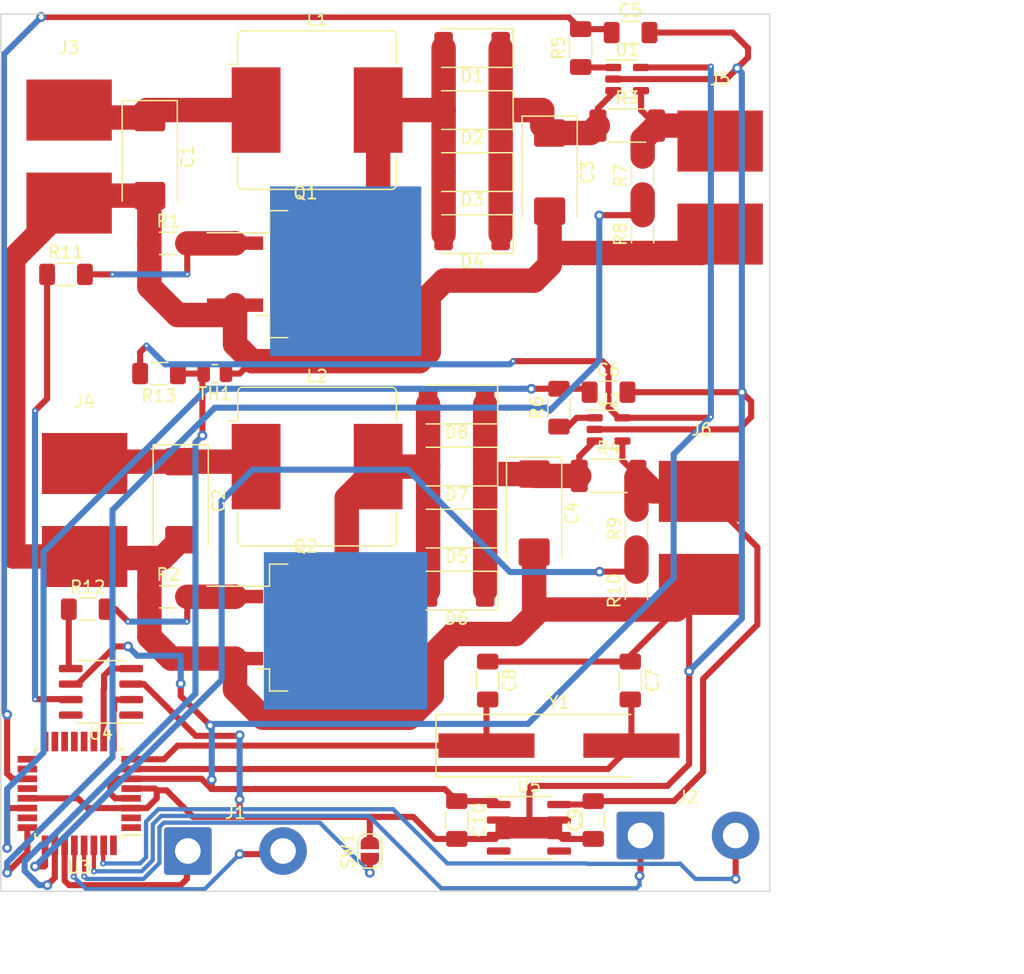
<source format=kicad_pcb>
(kicad_pcb (version 20211014) (generator pcbnew)
  (layers (0 "F.Cu" signal) (31 "B.Cu" signal) (34 "B.Paste" user) (35 "F.Paste" user) (36 "B.SilkS" user "B.Silkscreen") (37 "F.SilkS" user "F.Silkscreen") (38 "B.Mask" user) (39 "F.Mask" user) (44 "Edge.Cuts" user))
  (net 0 "")
  (net 1 "VCC")
  (net 2 "GND")
  (net 3 "Net-(C3-Pad1)")
  (net 4 "Net-(C4-Pad1)")
  (net 5 "I1out")
  (net 6 "I2out")
  (net 7 "Net-(C7-Pad2)")
  (net 8 "Net-(C8-Pad2)")
  (net 9 "+BATT")
  (net 10 "+5V")
  (net 11 "Net-(D1-Pad2)")
  (net 12 "Net-(D5-Pad2)")
  (net 13 "Net-(J2-Pad1)")
  (net 14 "Net-(J2-Pad2)")
  (net 15 "Mosfet1")
  (net 16 "Mosfet2")
  (net 17 "Net-(R5-Pad1)")
  (net 18 "Net-(R6-Pad1)")
  (net 19 "U1out")
  (net 20 "U2out")
  (net 21 "Net-(R11-Pad1)")
  (net 22 "Net-(R12-Pad1)")
  (net 23 "T")
  (net 26 "Pulse1")
  (net 27 "Pulse2")
  (net 39 "Net-(U3-Pad27)")
  (net 40 "Net-(U3-Pad28)")
  (net 45 "Net-(U3-Pad29)")
  (net 46 "VAA")
  (footprint "Package_QFP:TQFP-32_7x7mm_P0.8mm" (layer "F.Cu") (at 96.7905 108.058 180)
    (fp_text reference "U3")
    (fp_text value "ATmega328P-A")
  )
  (footprint "Diode_SMD:D_2010_5025Metric_Pad1.52x2.65mm_HandSolder" (layer "F.Cu") (at 128.9805 62.23 180)
    (fp_text reference "D4")
    (fp_text value "STPS140A")
  )
  (footprint "Resistor_SMD:R_1206_3216Metric_Pad1.30x1.75mm_HandSolder" (layer "F.Cu") (at 104.0885 62.992)
    (fp_text reference "R1")
    (fp_text value "30k")
  )
  (footprint "Resistor_SMD:R_1206_3216Metric_Pad1.30x1.75mm_HandSolder" (layer "F.Cu") (at 140.1565 75.184)
    (fp_text reference "C6")
    (fp_text value "100n")
  )
  (footprint "Connector_Wire:SolderWire-1.5sqmm_1x02_P7.8mm_D1.7mm_OD3.9mm" (layer "F.Cu") (at 105.6865 112.776)
    (fp_text reference "J1")
    (fp_text value "I2C")
  )
  (footprint "moje:PowerPad" (layer "F.Cu") (at 95.9605 52.07 180)
    (fp_text reference "J3")
    (fp_text value "In")
  )
  (footprint "Jumper:SolderJumper-2_P1.3mm_Open_RoundedPad1.0x1.5mm" (layer "F.Cu") (at 120.5985 112.776 90)
    (fp_text reference "SW1")
    (fp_text value "SW_DIP_x01")
  )
  (footprint "Package_TO_SOT_SMD:TO-263-2" (layer "F.Cu") (at 115.3305 94.469)
    (fp_text reference "Q2")
    (fp_text value "IRLR2705TRPBF")
  )
  (footprint "Resistor_SMD:R_1206_3216Metric_Pad1.30x1.75mm_HandSolder" (layer "F.Cu") (at 141.9605 45.72)
    (fp_text reference "C5")
    (fp_text value "100n")
  )
  (footprint "Resistor_SMD:R_1206_3216Metric_Pad1.30x1.75mm_HandSolder" (layer "F.Cu") (at 103.3265 73.66 180)
    (fp_text reference "R13")
    (fp_text value "100k")
  )
  (footprint "Diode_SMD:D_2010_5025Metric_Pad1.52x2.65mm_HandSolder" (layer "F.Cu") (at 128.9805 57.15 180)
    (fp_text reference "D3")
    (fp_text value "STPS140A")
  )
  (footprint "Resistor_SMD:R_1206_3216Metric_Pad1.30x1.75mm_HandSolder" (layer "F.Cu") (at 142.9505 62.23 90)
    (fp_text reference "R8")
    (fp_text value "300k")
  )
  (footprint "Capacitor_Tantalum_SMD:CP_EIA-7343-15_Kemet-W_Pad2.25x2.55mm_HandSolder" (layer "F.Cu") (at 102.5645 55.88 -90)
    (fp_text reference "C1")
    (fp_text value "10u")
  )
  (footprint "Resistor_SMD:R_1206_3216Metric_Pad1.30x1.75mm_HandSolder" (layer "F.Cu") (at 127.7235 110.236 -90)
    (fp_text reference "C10")
    (fp_text value "100n")
  )
  (footprint "Crystal:Crystal_SMD_HC49-SD_HandSoldering" (layer "F.Cu") (at 136.0925 104.14)
    (fp_text reference "Y1")
    (fp_text value "16.00M-SMDHC49S")
  )
  (footprint "Diode_SMD:D_2010_5025Metric_Pad1.52x2.65mm_HandSolder" (layer "F.Cu") (at 127.7105 81.28 180)
    (fp_text reference "D7")
    (fp_text value "STPS140A")
  )
  (footprint "Connector_Wire:SolderWire-1.5sqmm_1x02_P7.8mm_D1.7mm_OD3.9mm" (layer "F.Cu") (at 142.7705 111.506)
    (fp_text reference "J2")
    (fp_text value "UART")
  )
  (footprint "Diode_SMD:D_2010_5025Metric_Pad1.52x2.65mm_HandSolder" (layer "F.Cu") (at 127.7105 86.36 180)
    (fp_text reference "D5")
    (fp_text value "STPS140A")
  )
  (footprint "Capacitor_Tantalum_SMD:CP_EIA-7343-15_Kemet-W_Pad2.25x2.55mm_HandSolder" (layer "F.Cu") (at 135.3305 57.15 -90)
    (fp_text reference "C3")
    (fp_text value "22u")
  )
  (footprint "moje:PowerPad" (layer "F.Cu") (at 149.3005 54.61 180)
    (fp_text reference "J5")
    (fp_text value "Out")
  )
  (footprint "Resistor_SMD:R_1206_3216Metric_Pad1.30x1.75mm_HandSolder" (layer "F.Cu") (at 104.0885 91.948)
    (fp_text reference "R2")
    (fp_text value "30k")
  )
  (footprint "Resistor_SMD:R_0805_2012Metric" (layer "F.Cu") (at 107.8985 73.66 180)
    (fp_text reference "TH1")
    (fp_text value "NCP21WF104J03RA")
  )
  (footprint "Capacitor_Tantalum_SMD:CP_EIA-7343-15_Kemet-W_Pad2.25x2.55mm_HandSolder" (layer "F.Cu") (at 105.1045 84.074 -90)
    (fp_text reference "C2")
    (fp_text value "10u")
  )
  (footprint "Resistor_SMD:R_1206_3216Metric_Pad1.30x1.75mm_HandSolder" (layer "F.Cu") (at 130.2505 98.806 -90)
    (fp_text reference "C8")
    (fp_text value "10p")
  )
  (footprint "Diode_SMD:D_2010_5025Metric_Pad1.52x2.65mm_HandSolder" (layer "F.Cu") (at 128.9805 52.07 180)
    (fp_text reference "D2")
    (fp_text value "STPS140A")
  )
  (footprint "Diode_SMD:D_2010_5025Metric_Pad1.52x2.65mm_HandSolder" (layer "F.Cu") (at 127.7105 91.44 180)
    (fp_text reference "D6")
    (fp_text value "STPS140A")
  )
  (footprint "Package_TO_SOT_SMD:SOT-23-5" (layer "F.Cu") (at 140.1565 78.232)
    (fp_text reference "U2")
    (fp_text value "AD8211")
  )
  (footprint "Diode_SMD:D_2010_5025Metric_Pad1.52x2.65mm_HandSolder" (layer "F.Cu") (at 128.9805 46.99 180)
    (fp_text reference "D1")
    (fp_text value "STPS140A")
  )
  (footprint "Resistor_SMD:R_1206_3216Metric_Pad1.30x1.75mm_HandSolder" (layer "F.Cu") (at 142.4425 91.44 90)
    (fp_text reference "R10")
    (fp_text value "300k")
  )
  (footprint "Resistor_SMD:R_1206_3216Metric_Pad1.30x1.75mm_HandSolder" (layer "F.Cu") (at 142.4425 86.36 90)
    (fp_text reference "R9")
    (fp_text value "715k")
  )
  (footprint "Resistor_SMD:R_1206_3216Metric_Pad1.30x1.75mm_HandSolder" (layer "F.Cu") (at 137.8705 46.99 90)
    (fp_text reference "R5")
    (fp_text value "10k")
  )
  (footprint "Resistor_SMD:R_2010_5025Metric_Pad1.40x2.65mm_HandSolder" (layer "F.Cu") (at 140.1565 82.042)
    (fp_text reference "R4")
    (fp_text value "10m")
  )
  (footprint "Package_TO_SOT_SMD:TO-263-2" (layer "F.Cu") (at 115.3305 65.513)
    (fp_text reference "Q1")
    (fp_text value "IRLR2705TRPBF")
  )
  (footprint "moje:PowerPad" (layer "F.Cu") (at 147.7765 83.312 180)
    (fp_text reference "J6")
    (fp_text value "Out")
  )
  (footprint "moje:PowerPad" (layer "F.Cu") (at 97.2305 81.026 180)
    (fp_text reference "J4")
    (fp_text value "In")
  )
  (footprint "Resistor_SMD:R_1206_3216Metric_Pad1.30x1.75mm_HandSolder" (layer "F.Cu") (at 142.9505 57.43 90)
    (fp_text reference "R7")
    (fp_text value "715k")
  )
  (footprint "Diode_SMD:D_2010_5025Metric_Pad1.52x2.65mm_HandSolder" (layer "F.Cu") (at 127.7105 76.2 180)
    (fp_text reference "D8")
    (fp_text value "STPS140A")
  )
  (footprint "Package_SO:SOIC-8_3.9x4.9mm_P1.27mm" (layer "F.Cu") (at 133.6305 110.871)
    (fp_text reference "U5")
    (fp_text value "L78L15_SO8")
  )
  (footprint "Resistor_SMD:R_1206_3216Metric_Pad1.30x1.75mm_HandSolder" (layer "F.Cu") (at 95.7065 65.532)
    (fp_text reference "R11")
    (fp_text value "300")
  )
  (footprint "Resistor_SMD:R_1206_3216Metric_Pad1.30x1.75mm_HandSolder" (layer "F.Cu") (at 138.8995 110.236 -90)
    (fp_text reference "C9")
    (fp_text value "330n")
  )
  (footprint "Package_TO_SOT_SMD:SOT-23-5" (layer "F.Cu") (at 141.6805 49.53)
    (fp_text reference "U1")
    (fp_text value "AD8211")
  )
  (footprint "Resistor_SMD:R_1206_3216Metric_Pad1.30x1.75mm_HandSolder" (layer "F.Cu") (at 141.9345 98.806 -90)
    (fp_text reference "C7")
    (fp_text value "10p")
  )
  (footprint "Inductor_SMD:L_Bourns_SRR1208_12.7x12.7mm" (layer "F.Cu") (at 116.2805 81.28)
    (fp_text reference "L2")
    (fp_text value "100u")
  )
  (footprint "Resistor_SMD:R_2010_5025Metric_Pad1.40x2.65mm_HandSolder" (layer "F.Cu") (at 141.6805 53.34)
    (fp_text reference "R3")
    (fp_text value "10m")
  )
  (footprint "Resistor_SMD:R_1206_3216Metric_Pad1.30x1.75mm_HandSolder" (layer "F.Cu") (at 97.4845 92.964)
    (fp_text reference "R12")
    (fp_text value "300")
  )
  (footprint "Inductor_SMD:L_Bourns_SRR1208_12.7x12.7mm" (layer "F.Cu") (at 116.2805 52.07)
    (fp_text reference "L1")
    (fp_text value "100u")
  )
  (footprint "Package_SO:SOIC-8_3.9x4.9mm_P1.27mm" (layer "F.Cu") (at 98.5685 99.735 180)
    (fp_text reference "U4")
    (fp_text value "2EDN852x")
  )
  (footprint "Capacitor_Tantalum_SMD:CP_EIA-7343-15_Kemet-W_Pad2.25x2.55mm_HandSolder" (layer "F.Cu") (at 134.0605 85.09 -90)
    (fp_text reference "C4")
    (fp_text value "22u")
  )
  (footprint "Resistor_SMD:R_1206_3216Metric_Pad1.30x1.75mm_HandSolder" (layer "F.Cu") (at 136.0925 76.454 90)
    (fp_text reference "R6")
    (fp_text value "10k")
  )
  (gr_rect (start 112.522 58.42) (end 124.714 72.136) (layer "B.Cu") (width 0.2) (fill solid))
  (gr_rect (start 112.014 88.392) (end 125.222 101.092) (layer "B.Cu") (width 0.2) (fill solid))
  (gr_rect (start 90.3725 116.078) (end 153.3645 44.196) (layer "Edge.Cuts") (width 0.1) (fill none))
  (segment (start 105.1045 80.874) (end 97.3825 80.874) (width 2) (layer "F.Cu") (net 1))
  (segment (start 97.3825 80.874) (end 97.2305 81.026) (width 2) (layer "F.Cu") (net 1))
  (segment (start 110.8745 80.874) (end 111.2805 81.28) (width 2) (layer "F.Cu") (net 1))
  (segment (start 105.1045 80.874) (end 110.8745 80.874) (width 2) (layer "F.Cu") (net 1))
  (segment (start 133.8065 107.442) (end 144.9825 107.442) (width 0.5) (layer "F.Cu") (net 2))
  (segment (start 102.5385 88.772) (end 103.6065 88.772) (width 2) (layer "F.Cu") (net 2))
  (segment (start 150.8245 78.232) (end 151.8405 77.216) (width 0.5) (layer "F.Cu") (net 2))
  (segment (start 103.1405 108.458) (end 103.1405 107.804) (width 0.5) (layer "F.Cu") (net 2))
  (segment (start 127.7235 111.786) (end 125.9585 111.786) (width 0.5) (layer "F.Cu") (net 2))
  (segment (start 145.7185 92.99) (end 142.4425 92.99) (width 2) (layer "F.Cu") (net 2))
  (segment (start 125.4245 67.31) (end 126.6945 66.04) (width 2) (layer "F.Cu") (net 2))
  (segment (start 135.9755 110.868) (end 136.1055 110.998) (width 0.5) (layer "F.Cu") (net 2))
  (segment (start 147.7765 91.414) (end 147.7765 90.932) (width 0.5) (layer "F.Cu") (net 2))
  (segment (start 149.8085 49.53) (end 150.6975 48.641) (width 0.5) (layer "F.Cu") (net 2))
  (segment (start 92.5405 108.458) (end 96.6825 108.458) (width 0.5) (layer "F.Cu") (net 2))
  (segment (start 131.1555 110.868) (end 135.9755 110.868) (width 0.5) (layer "F.Cu") (net 2))
  (segment (start 103.1405 107.804) (end 102.9945 107.658) (width 0.5) (layer "F.Cu") (net 2))
  (segment (start 111.8505 101.854) (end 123.8205 101.854) (width 2) (layer "F.Cu") (net 2))
  (segment (start 136.1055 110.49) (end 136.1055 110.236) (width 0.5) (layer "F.Cu") (net 2))
  (segment (start 135.3305 60.35) (end 135.3305 63.5) (width 2) (layer "F.Cu") (net 2))
  (segment (start 150.6975 48.641) (end 151.5865 47.752) (width 0.5) (layer "F.Cu") (net 2))
  (segment (start 102.5385 66.548) (end 104.8505 68.86) (width 2) (layer "F.Cu") (net 2))
  (segment (start 146.7605 105.664) (end 146.7605 98.044) (width 0.5) (layer "F.Cu") (net 2))
  (segment (start 133.6765 107.572) (end 133.8065 107.442) (width 0.5) (layer "F.Cu") (net 2))
  (segment (start 125.6785 99.996) (end 125.6785 96.774) (width 2) (layer "F.Cu") (net 2))
  (segment (start 109.9305 73.66) (end 110.9465 72.644) (width 0.5) (layer "F.Cu") (net 2))
  (segment (start 141.9345 96.774) (end 147.7765 90.932) (width 0.5) (layer "F.Cu") (net 2))
  (segment (start 131.1555 110.868) (end 131.1555 111.128) (width 0.5) (layer "F.Cu") (net 2))
  (segment (start 102.3405 109.258) (end 103.1405 108.458) (width 0.5) (layer "F.Cu") (net 2))
  (segment (start 102.9945 107.658) (end 101.0405 107.658) (width 0.5) (layer "F.Cu") (net 2))
  (segment (start 106.1205 109.982) (end 103.9425 107.804) (width 0.5) (layer "F.Cu") (net 2))
  (segment (start 126.6945 66.04) (end 134.0605 66.04) (width 2) (layer "F.Cu") (net 2))
  (segment (start 124.6625 72.644) (end 125.4245 71.882) (width 2) (layer "F.Cu") (net 2))
  (segment (start 102.3105 59.08) (end 96.5705 59.08) (width 2) (layer "F.Cu") (net 2))
  (segment (start 109.5555 71.253) (end 110.9465 72.644) (width 2) (layer "F.Cu") (net 2))
  (segment (start 102.5385 91.948) (end 102.5385 88.772) (width 2) (layer "F.Cu") (net 2))
  (segment (start 103.6065 88.772) (end 105.1045 87.274) (width 2) (layer "F.Cu") (net 2))
  (segment (start 97.6225 109.258) (end 101.0405 109.258) (width 0.5) (layer "F.Cu") (net 2))
  (segment (start 102.5385 91.948) (end 102.5385 95.224) (width 2) (layer "F.Cu") (net 2))
  (segment (start 104.3235 97.009) (end 109.5555 97.009) (width 2) (layer "F.Cu") (net 2))
  (segment (start 151.8405 75.946) (end 151.0785 75.184) (width 0.5) (layer "F.Cu") (net 2))
  (segment (start 136.1055 111.506) (end 136.1055 110.998) (width 0.5) (layer "F.Cu") (net 2))
  (segment (start 132.5365 94.996) (end 134.0605 93.472) (width 2) (layer "F.Cu") (net 2))
  (segment (start 97.2305 88.646) (end 91.3885 88.646) (width 2) (layer "F.Cu") (net 2))
  (segment (start 151.8405 77.216) (end 151.8405 75.946) (width 0.5) (layer "F.Cu") (net 2))
  (segment (start 109.9305 109.728) (end 110.1845 109.982) (width 0.5) (layer "F.Cu") (net 2))
  (segment (start 142.9505 63.78) (end 135.6105 63.78) (width 2) (layer "F.Cu") (net 2))
  (segment (start 91.3885 88.646) (end 91.3885 64.262) (width 2) (layer "F.Cu") (net 2))
  (segment (start 104.8505 68.86) (end 108.7485 68.86) (width 2) (layer "F.Cu") (net 2))
  (segment (start 120.5985 112.126) (end 120.5985 110.236) (width 0.5) (layer "F.Cu") (net 2))
  (segment (start 108.811 73.66) (end 109.9305 73.66) (width 0.5) (layer "F.Cu") (net 2))
  (segment (start 120.8525 109.982) (end 110.1845 109.982) (width 0.5) (layer "F.Cu") (net 2))
  (segment (start 103.9425 107.804) (end 103.1405 107.804) (width 0.5) (layer "F.Cu") (net 2))
  (segment (start 134.0605 66.04) (end 135.3305 64.77) (width 2) (layer "F.Cu") (net 2))
  (segment (start 131.1555 110.236) (end 131.1555 110.614) (width 0.5) (layer "F.Cu") (net 2))
  (segment (start 109.882 103.339) (end 106.3355 103.339) (width 0.5) (layer "F.Cu") (net 2))
  (segment (start 146.7605 91.948) (end 147.7765 90.932) (width 0.5) (layer "F.Cu") (net 2))
  (segment (start 123.8205 101.854) (end 125.6785 99.996) (width 2) (layer "F.Cu") (net 2))
  (segment (start 135.6105 63.78) (end 135.3305 63.5) (width 2) (layer "F.Cu") (net 2))
  (segment (start 139.019 78.232) (end 150.8245 78.232) (width 0.5) (layer "F.Cu") (net 2))
  (segment (start 150.3165 45.72) (end 143.5105 45.72) (width 0.5) (layer "F.Cu") (net 2))
  (segment (start 130.2505 97.256) (end 141.9345 97.256) (width 0.5) (layer "F.Cu") (net 2))
  (segment (start 138.8995 111.786) (end 136.3855 111.786) (width 0.5) (layer "F.Cu") (net 2))
  (segment (start 136.1055 110.236) (end 131.1555 110.236) (width 0.5) (layer "F.Cu") (net 2))
  (segment (start 106.3355 103.339) (end 102.0965 99.1) (width 0.5) (layer "F.Cu") (net 2))
  (segment (start 147.7505 63.78) (end 142.9505 63.78) (width 2) (layer "F.Cu") (net 2))
  (segment (start 151.5865 46.99) (end 150.3165 45.72) (width 0.5) (layer "F.Cu") (net 2))
  (segment (start 127.4565 94.996) (end 132.5365 94.996) (width 2) (layer "F.Cu") (net 2))
  (segment (start 102.5385 88.772) (end 97.3565 88.772) (width 2) (layer "F.Cu") (net 2))
  (segment (start 125.6785 96.774) (end 127.4565 94.996) (width 2) (layer "F.Cu") (net 2))
  (segment (start 102.5385 95.224) (end 104.3235 97.009) (width 2) (layer "F.Cu") (net 2))
  (segment (start 109.5555 97.009) (end 109.5555 99.559) (width 2) (layer "F.Cu") (net 2))
  (segment (start 109.9305 108.5455) (end 109.9305 109.728) (width 0.5) (layer "F.Cu") (net 2))
  (segment (start 102.5385 62.992) (end 102.5385 66.548) (width 2) (layer "F.Cu") (net 2))
  (segment (start 97.3565 88.772) (end 97.2305 88.646) (width 2) (layer "F.Cu") (net 2))
  (segment (start 109.5555 68.053) (end 109.5555 71.253) (width 2) (layer "F.Cu") (net 2))
  (segment (start 135.3305 64.77) (end 135.3305 63.5) (width 2) (layer "F.Cu") (net 2))
  (segment (start 102.5385 62.992) (end 102.5385 59.308) (width 2) (layer "F.Cu") (net 2))
  (segment (start 97.5525 109.328) (end 97.6225 109.258) (width 0.5) (layer "F.Cu") (net 2))
  (segment (start 146.7605 98.044) (end 146.7605 91.948) (width 0.5) (layer "F.Cu") (net 2))
  (segment (start 108.7485 68.86) (end 109.5555 68.053) (width 2) (layer "F.Cu") (net 2))
  (segment (start 147.7765 90.932) (end 145.7185 92.99) (width 2) (layer "F.Cu") (net 2))
  (segment (start 102.5385 59.308) (end 102.3105 59.08) (width 2) (layer "F.Cu") (net 2))
  (segment (start 101.0405 109.258) (end 102.3405 109.258) (width 0.5) (layer "F.Cu") (net 2))
  (segment (start 133.6765 110.614) (end 135.9815 110.614) (width 0.5) (layer "F.Cu") (net 2))
  (segment (start 130.8755 111.786) (end 131.1555 111.506) (width 0.5) (layer "F.Cu") (net 2))
  (segment (start 131.1555 110.614) (end 131.1555 110.868) (width 0.5) (layer "F.Cu") (net 2))
  (segment (start 131.1555 111.506) (end 136.1055 111.506) (width 0.5) (layer "F.Cu") (net 2))
  (segment (start 149.3005 62.23) (end 147.7505 63.78) (width 2) (layer "F.Cu") (net 2))
  (segment (start 135.9815 110.614) (end 136.1055 110.49) (width 0.5) (layer "F.Cu") (net 2))
  (segment (start 141.9345 97.256) (end 141.9345 96.774) (width 0.5) (layer "F.Cu") (net 2))
  (segment (start 140.543 49.53) (end 149.8085 49.53) (width 0.5) (layer "F.Cu") (net 2))
  (segment (start 109.9305 103.2905) (end 109.882 103.339) (width 0.5) (layer "F.Cu") (net 2))
  (segment (start 134.0605 93.472) (end 134.0605 88.29) (width 2) (layer "F.Cu") (net 2))
  (segment (start 91.3885 64.262) (end 95.9605 59.69) (width 2) (layer "F.Cu") (net 2))
  (segment (start 127.7235 111.786) (end 130.8755 111.786) (width 0.5) (layer "F.Cu") (net 2))
  (segment (start 131.1555 111.128) (end 135.9755 111.128) (width 0.5) (layer "F.Cu") (net 2))
  (segment (start 110.1845 109.982) (end 106.1205 109.982) (width 0.5) (layer "F.Cu") (net 2))
  (segment (start 135.9755 111.128) (end 136.1055 110.998) (width 0.5) (layer "F.Cu") (net 2))
  (segment (start 136.1055 110.998) (end 136.1055 110.49) (width 0.5) (layer "F.Cu") (net 2))
  (segment (start 109.5555 99.559) (end 111.8505 101.854) (width 2) (layer "F.Cu") (net 2))
  (segment (start 125.4245 71.882) (end 125.4245 67.31) (width 2) (layer "F.Cu") (net 2))
  (segment (start 136.3855 111.786) (end 136.1055 111.506) (width 0.5) (layer "F.Cu") (net 2))
  (segment (start 96.5705 59.08) (end 95.9605 59.69) (width 2) (layer "F.Cu") (net 2))
  (segment (start 110.9465 72.644) (end 124.6625 72.644) (width 2) (layer "F.Cu") (net 2))
  (segment (start 125.9585 111.786) (end 124.1545 109.982) (width 0.5) (layer "F.Cu") (net 2))
  (segment (start 133.6765 110.614) (end 133.6765 107.572) (width 0.5) (layer "F.Cu") (net 2))
  (segment (start 120.5985 110.236) (end 120.8525 109.982) (width 0.5) (layer "F.Cu") (net 2))
  (segment (start 142.4425 92.99) (end 134.5425 92.99) (width 2) (layer "F.Cu") (net 2))
  (segment (start 124.1545 109.982) (end 120.8525 109.982) (width 0.5) (layer "F.Cu") (net 2))
  (segment (start 151.0785 75.184) (end 141.7065 75.184) (width 0.5) (layer "F.Cu") (net 2))
  (segment (start 131.1555 110.614) (end 133.6765 110.614) (width 0.5) (layer "F.Cu") (net 2))
  (segment (start 144.9825 107.442) (end 146.7605 105.664) (width 0.5) (layer "F.Cu") (net 2))
  (segment (start 134.5425 92.99) (end 134.0605 93.472) (width 2) (layer "F.Cu") (net 2))
  (segment (start 131.1555 111.128) (end 131.1555 111.506) (width 0.5) (layer "F.Cu") (net 2))
  (segment (start 102.0965 99.1) (end 101.0435 99.1) (width 0.5) (layer "F.Cu") (net 2))
  (segment (start 96.6825 108.458) (end 97.5525 109.328) (width 0.5) (layer "F.Cu") (net 2))
  (segment (start 151.5865 47.752) (end 151.5865 46.99) (width 0.5) (layer "F.Cu") (net 2))
  (via (at 109.9305 103.2905) (size 0.8) (drill 0.4) (layers "F.Cu" "B.Cu") (net 2))
  (via (at 151.0785 75.184) (size 0.8) (drill 0.4) (layers "F.Cu" "B.Cu") (net 2))
  (via (at 109.9305 108.5455) (size 0.8) (drill 0.4) (layers "F.Cu" "B.Cu") (net 2))
  (via (at 146.7605 98.044) (size 0.8) (drill 0.4) (layers "F.Cu" "B.Cu") (net 2))
  (via (at 150.6975 48.641) (size 0.8) (drill 0.4) (layers "F.Cu" "B.Cu") (net 2))
  (segment (start 151.0785 75.184) (end 151.0785 49.022) (width 0.5) (layer "B.Cu") (net 2))
  (segment (start 151.0785 93.726) (end 146.7605 98.044) (width 0.5) (layer "B.Cu") (net 2))
  (segment (start 151.0785 75.184) (end 151.0785 93.726) (width 0.5) (layer "B.Cu") (net 2))
  (segment (start 109.9305 108.5455) (end 109.9305 103.2905) (width 0.5) (layer "B.Cu") (net 2))
  (segment (start 151.0785 49.022) (end 150.6975 48.641) (width 0.5) (layer "B.Cu") (net 2))
  (segment (start 131.318 52.07) (end 134.7205 52.07) (width 2) (layer "F.Cu") (net 3))
  (segment (start 131.318 57.15) (end 131.318 52.07) (width 2) (layer "F.Cu") (net 3))
  (segment (start 134.7205 52.07) (end 134.7205 53.34) (width 2) (layer "F.Cu") (net 3))
  (segment (start 135.3305 53.95) (end 138.6705 53.95) (width 2) (layer "F.Cu") (net 3))
  (segment (start 138.6705 53.95) (end 139.2805 53.34) (width 2) (layer "F.Cu") (net 3))
  (segment (start 139.2805 53.34) (end 139.2805 51.93) (width 0.5) (layer "F.Cu") (net 3))
  (segment (start 135.3305 53.95) (end 134.7205 53.34) (width 2) (layer "F.Cu") (net 3))
  (segment (start 139.2805 51.93) (end 140.543 50.6675) (width 0.5) (layer "F.Cu") (net 3))
  (segment (start 140.543 50.6675) (end 140.543 50.48) (width 0.5) (layer "F.Cu") (net 3))
  (segment (start 131.318 62.23) (end 131.318 57.15) (width 2) (layer "F.Cu") (net 3))
  (segment (start 131.318 52.07) (end 131.318 46.99) (width 2) (layer "F.Cu") (net 3))
  (segment (start 137.7565 82.042) (end 134.2125 82.042) (width 2) (layer "F.Cu") (net 4))
  (segment (start 137.7565 82.042) (end 137.7565 80.4445) (width 0.5) (layer "F.Cu") (net 4))
  (segment (start 134.2125 82.042) (end 134.0605 81.89) (width 2) (layer "F.Cu") (net 4))
  (segment (start 130.048 81.28) (end 130.048 86.36) (width 2) (layer "F.Cu") (net 4))
  (segment (start 137.7565 80.4445) (end 139.019 79.182) (width 0.5) (layer "F.Cu") (net 4))
  (segment (start 130.658 81.89) (end 130.048 81.28) (width 2) (layer "F.Cu") (net 4))
  (segment (start 130.048 76.2) (end 130.048 81.28) (width 2) (layer "F.Cu") (net 4))
  (segment (start 134.0605 81.89) (end 130.658 81.89) (width 2) (layer "F.Cu") (net 4))
  (segment (start 130.048 86.36) (end 130.048 91.44) (width 2) (layer "F.Cu") (net 4))
  (segment (start 136.8765 44.446) (end 94.1825 44.446) (width 0.5) (layer "F.Cu") (net 5))
  (segment (start 94.1825 44.446) (end 93.6785 44.446) (width 0.5) (layer "F.Cu") (net 5))
  (segment (start 140.1305 45.44) (end 140.4105 45.72) (width 0.5) (layer "F.Cu") (net 5))
  (segment (start 137.8705 45.44) (end 136.8765 44.446) (width 0.5) (layer "F.Cu") (net 5))
  (segment (start 91.3125 106.858) (end 90.8805 106.426) (width 0.5) (layer "F.Cu") (net 5))
  (segment (start 92.5405 106.858) (end 91.3125 106.858) (width 0.5) (layer "F.Cu") (net 5))
  (segment (start 137.8705 45.44) (end 140.1305 45.44) (width 0.5) (layer "F.Cu") (net 5))
  (segment (start 90.8805 106.426) (end 90.8805 101.6) (width 0.5) (layer "F.Cu") (net 5))
  (via (at 93.6785 44.446) (size 0.8) (drill 0.4) (layers "F.Cu" "B.Cu") (net 5))
  (via (at 90.8805 101.6) (size 0.8) (drill 0.4) (layers "F.Cu" "B.Cu") (net 5))
  (segment (start 90.6225 47.502) (end 90.6225 101.342) (width 0.5) (layer "B.Cu") (net 5))
  (segment (start 93.6785 44.446) (end 90.6225 47.502) (width 0.5) (layer "B.Cu") (net 5))
  (segment (start 90.6225 101.342) (end 90.8805 101.6) (width 0.5) (layer "B.Cu") (net 5))
  (segment (start 90.8805 109.474) (end 90.8805 112.522) (width 0.5) (layer "F.Cu") (net 6))
  (segment (start 92.5405 109.258) (end 91.0965 109.258) (width 0.5) (layer "F.Cu") (net 6))
  (segment (start 136.0925 74.904) (end 133.8325 74.904) (width 0.5) (layer "F.Cu") (net 6))
  (segment (start 91.0965 109.258) (end 90.8805 109.474) (width 0.5) (layer "F.Cu") (net 6))
  (segment (start 138.3265 74.904) (end 138.6065 75.184) (width 0.5) (layer "F.Cu") (net 6))
  (segment (start 136.0925 74.904) (end 138.3265 74.904) (width 0.5) (layer "F.Cu") (net 6))
  (via (at 133.8325 74.904) (size 0.8) (drill 0.4) (layers "F.Cu" "B.Cu") (net 6))
  (via (at 90.8805 112.522) (size 0.8) (drill 0.4) (layers "F.Cu" "B.Cu") (net 6))
  (segment (start 90.8805 107.696) (end 90.8805 112.522) (width 0.5) (layer "B.Cu") (net 6))
  (segment (start 93.8665 88.267918) (end 93.8665 104.71) (width 0.5) (layer "B.Cu") (net 6))
  (segment (start 107.230418 74.904) (end 93.8665 88.267918) (width 0.5) (layer "B.Cu") (net 6))
  (segment (start 93.8665 104.71) (end 90.8805 107.696) (width 0.5) (layer "B.Cu") (net 6))
  (segment (start 133.8325 74.904) (end 107.230418 74.904) (width 0.5) (layer "B.Cu") (net 6))
  (segment (start 142.03 104.14) (end 142.03 100.4515) (width 0.5) (layer "F.Cu") (net 7))
  (segment (start 140.112 106.058) (end 142.03 104.14) (width 0.5) (layer "F.Cu") (net 7))
  (segment (start 101.0405 106.058) (end 140.112 106.058) (width 0.5) (layer "F.Cu") (net 7))
  (segment (start 142.03 100.4515) (end 141.9345 100.356) (width 0.5) (layer "F.Cu") (net 7))
  (segment (start 130.155 104.14) (end 104.8505 104.14) (width 0.5) (layer "F.Cu") (net 8))
  (segment (start 130.155 104.14) (end 130.155 100.4515) (width 0.5) (layer "F.Cu") (net 8))
  (segment (start 104.8505 104.14) (end 103.7325 105.258) (width 0.5) (layer "F.Cu") (net 8))
  (segment (start 130.155 100.4515) (end 130.2505 100.356) (width 0.5) (layer "F.Cu") (net 8))
  (segment (start 103.7325 105.258) (end 101.0405 105.258) (width 0.5) (layer "F.Cu") (net 8))
  (segment (start 142.4425 82.156) (end 142.5565 82.042) (width 2) (layer "F.Cu") (net 9))
  (segment (start 144.0805 53.34) (end 148.0305 53.34) (width 2) (layer "F.Cu") (net 9))
  (segment (start 152.3485 94.234) (end 152.3485 87.884) (width 0.5) (layer "F.Cu") (net 9))
  (segment (start 142.9505 54.47) (end 144.0805 53.34) (width 2) (layer "F.Cu") (net 9))
  (segment (start 142.818 50.48) (end 142.818 52.0775) (width 0.5) (layer "F.Cu") (net 9))
  (segment (start 143.8265 83.312) (end 142.5565 82.042) (width 2) (layer "F.Cu") (net 9))
  (segment (start 145.5165 108.686) (end 147.9035 106.299) (width 0.5) (layer "F.Cu") (net 9))
  (segment (start 138.8995 108.686) (end 145.5165 108.686) (width 0.5) (layer "F.Cu") (net 9))
  (segment (start 142.818 52.0775) (end 144.0805 53.34) (width 0.5) (layer "F.Cu") (net 9))
  (segment (start 152.3485 87.884) (end 147.7765 83.312) (width 0.5) (layer "F.Cu") (net 9))
  (segment (start 136.1055 108.966) (end 138.6195 108.966) (width 0.5) (layer "F.Cu") (net 9))
  (segment (start 142.4425 84.81) (end 142.4425 82.156) (width 2) (layer "F.Cu") (net 9))
  (segment (start 148.0305 53.34) (end 149.3005 54.61) (width 2) (layer "F.Cu") (net 9))
  (segment (start 147.7765 83.312) (end 143.8265 83.312) (width 2) (layer "F.Cu") (net 9))
  (segment (start 142.9505 55.88) (end 142.9505 54.47) (width 2) (layer "F.Cu") (net 9))
  (segment (start 141.294 79.182) (end 141.294 80.7795) (width 0.5) (layer "F.Cu") (net 9))
  (segment (start 147.9035 106.299) (end 147.9035 98.679) (width 0.5) (layer "F.Cu") (net 9))
  (segment (start 138.6195 108.966) (end 138.8995 108.686) (width 0.5) (layer "F.Cu") (net 9))
  (segment (start 141.294 80.7795) (end 142.5565 82.042) (width 0.5) (layer "F.Cu") (net 9))
  (segment (start 147.9035 98.679) (end 152.3485 94.234) (width 0.5) (layer "F.Cu") (net 9))
  (segment (start 99.7685 106.858) (end 99.3305 107.296) (width 0.5) (layer "F.Cu") (net 10))
  (segment (start 101.7765 71.908) (end 102.3105 71.374) (width 0.5) (layer "F.Cu") (net 10))
  (segment (start 107.6445 106.934) (end 107.6445 107.644) (width 0.5) (layer "F.Cu") (net 10))
  (segment (start 141.294 77.282) (end 148.4725 77.282) (width 0.5) (layer "F.Cu") (net 10))
  (segment (start 140.1565 76.454) (end 140.9845 77.282) (width 0.5) (layer "F.Cu") (net 10))
  (segment (start 106.8065 106.858) (end 101.0405 106.858) (width 0.5) (layer "F.Cu") (net 10))
  (segment (start 140.1565 73.152) (end 140.1565 76.454) (width 0.5) (layer "F.Cu") (net 10))
  (segment (start 107.6445 107.696) (end 106.8065 106.858) (width 0.5) (layer "F.Cu") (net 10))
  (segment (start 101.0405 106.858) (end 99.7685 106.858) (width 0.5) (layer "F.Cu") (net 10))
  (segment (start 99.3305 108.058) (end 99.7305 108.458) (width 0.5) (layer "F.Cu") (net 10))
  (segment (start 142.818 48.58) (end 148.4725 48.58) (width 0.5) (layer "F.Cu") (net 10))
  (segment (start 140.9845 77.282) (end 141.294 77.282) (width 0.5) (layer "F.Cu") (net 10))
  (segment (start 105.1045 99.06) (end 105.1045 100.076) (width 0.5) (layer "F.Cu") (net 10))
  (segment (start 96.647028 99.1) (end 96.0935 99.1) (width 0.5) (layer "F.Cu") (net 10))
  (segment (start 105.1045 100.076) (end 107.5175 102.489) (width 0.5) (layer "F.Cu") (net 10))
  (segment (start 99.7305 108.458) (end 101.0405 108.458) (width 0.5) (layer "F.Cu") (net 10))
  (segment (start 107.5175 102.489) (end 107.6445 102.616) (width 0.5) (layer "F.Cu") (net 10))
  (segment (start 101.7765 73.66) (end 101.7765 71.908) (width 0.5) (layer "F.Cu") (net 10))
  (segment (start 99.735028 96.012) (end 96.647028 99.1) (width 0.5) (layer "F.Cu") (net 10))
  (segment (start 127.7235 108.686) (end 126.7335 107.696) (width 0.5) (layer "F.Cu") (net 10))
  (segment (start 100.7865 96.012) (end 99.735028 96.012) (width 0.5) (layer "F.Cu") (net 10))
  (segment (start 127.7235 108.686) (end 130.8755 108.686) (width 0.5) (layer "F.Cu") (net 10))
  (segment (start 148.4725 77.282) (end 148.5385 77.216) (width 0.5) (layer "F.Cu") (net 10))
  (segment (start 130.8755 108.686) (end 131.1555 108.966) (width 0.5) (layer "F.Cu") (net 10))
  (segment (start 99.3305 107.296) (end 99.3305 108.058) (width 0.5) (layer "F.Cu") (net 10))
  (segment (start 148.4725 48.58) (end 148.5385 48.514) (width 0.5) (layer "F.Cu") (net 10))
  (segment (start 132.334 72.644) (end 139.6485 72.644) (width 0.5) (layer "F.Cu") (net 10))
  (segment (start 139.6485 72.644) (end 140.1565 73.152) (width 0.5) (layer "F.Cu") (net 10))
  (segment (start 126.7335 107.696) (end 107.5925 107.696) (width 0.5) (layer "F.Cu") (net 10))
  (via (at 105.1045 99.06) (size 0.8) (drill 0.4) (layers "F.Cu" "B.Cu") (net 10))
  (via (at 132.334 72.644) (size 0.5) (drill 0.2) (layers "F.Cu" "B.Cu") (net 10))
  (via (at 148.5385 77.216) (size 0.5) (drill 0.2) (layers "F.Cu" "B.Cu") (net 10))
  (via (at 100.7865 96.012) (size 0.8) (drill 0.4) (layers "F.Cu" "B.Cu") (net 10))
  (via (at 107.5175 102.489) (size 0.8) (drill 0.4) (layers "F.Cu" "B.Cu") (net 10))
  (via (at 107.6445 106.934) (size 0.8) (drill 0.4) (layers "F.Cu" "B.Cu") (net 10))
  (via (at 102.3105 71.374) (size 0.5) (drill 0.2) (layers "F.Cu" "B.Cu") (net 10))
  (via (at 148.5385 48.514) (size 0.5) (drill 0.2) (layers "F.Cu" "B.Cu") (net 10))
  (segment (start 133.5525 102.362) (end 145.4905 90.424) (width 0.5) (layer "B.Cu") (net 10))
  (segment (start 107.6445 102.616) (end 107.6445 106.934) (width 0.5) (layer "B.Cu") (net 10))
  (segment (start 132.334 72.644) (end 132.08 72.898) (width 0.5) (layer "B.Cu") (net 10))
  (segment (start 107.5175 102.489) (end 107.6445 102.616) (width 0.5) (layer "B.Cu") (net 10))
  (segment (start 107.6445 102.362) (end 133.5525 102.362) (width 0.5) (layer "B.Cu") (net 10))
  (segment (start 103.8345 72.898) (end 102.3105 71.374) (width 0.5) (layer "B.Cu") (net 10))
  (segment (start 100.7865 96.012) (end 101.5485 96.774) (width 0.5) (layer "B.Cu") (net 10))
  (segment (start 105.1045 96.774) (end 105.1045 99.06) (width 0.5) (layer "B.Cu") (net 10))
  (segment (start 145.4905 80.264) (end 148.5385 77.216) (width 0.5) (layer "B.Cu") (net 10))
  (segment (start 107.5175 102.489) (end 107.6445 102.362) (width 0.5) (layer "B.Cu") (net 10))
  (segment (start 132.08 72.898) (end 103.8345 72.898) (width 0.5) (layer "B.Cu") (net 10))
  (segment (start 145.4905 90.424) (end 145.4905 80.264) (width 0.5) (layer "B.Cu") (net 10))
  (segment (start 148.5385 77.216) (end 148.5385 48.514) (width 0.5) (layer "B.Cu") (net 10))
  (segment (start 101.5485 96.774) (end 105.1045 96.774) (width 0.5) (layer "B.Cu") (net 10))
  (segment (start 121.2805 52.07) (end 126.643 52.07) (width 2) (layer "F.Cu") (net 11))
  (segment (start 121.2805 52.07) (end 121.2805 64.85) (width 2) (layer "F.Cu") (net 11))
  (segment (start 126.643 52.07) (end 126.643 57.15) (width 2) (layer "F.Cu") (net 11))
  (segment (start 121.2805 64.85) (end 118.8205 67.31) (width 2) (layer "F.Cu") (net 11))
  (segment (start 126.643 46.99) (end 126.643 52.07) (width 2) (layer "F.Cu") (net 11))
  (segment (start 126.643 57.15) (end 126.643 62.23) (width 2) (layer "F.Cu") (net 11))
  (segment (start 125.373 76.2) (end 125.373 81.28) (width 2) (layer "F.Cu") (net 12))
  (segment (start 125.373 81.28) (end 121.2805 81.28) (width 2) (layer "F.Cu") (net 12))
  (segment (start 118.7055 83.855) (end 121.2805 81.28) (width 2) (layer "F.Cu") (net 12))
  (segment (start 125.373 91.44) (end 125.373 86.36) (width 2) (layer "F.Cu") (net 12))
  (segment (start 125.373 86.36) (end 125.373 81.28) (width 2) (layer "F.Cu") (net 12))
  (segment (start 118.7055 94.469) (end 118.7055 83.855) (width 2) (layer "F.Cu") (net 12))
  (segment (start 142.7705 111.506) (end 142.7705 114.734) (width 0.5) (layer "F.Cu") (net 13))
  (segment (start 142.7705 114.734) (end 142.6965 114.808) (width 0.5) (layer "F.Cu") (net 13))
  (segment (start 97.996767 114.4375) (end 97.9905 114.431233) (width 0.35) (layer "F.Cu") (net 13))
  (segment (start 97.9905 114.431233) (end 97.9905 112.308) (width 0.35) (layer "F.Cu") (net 13))
  (via (at 142.6965 114.808) (size 0.8) (drill 0.4) (layers "F.Cu" "B.Cu") (net 13))
  (via (at 97.996767 114.4375) (size 0.5) (drill 0.2) (layers "F.Cu" "B.Cu") (net 13))
  (segment (start 142.6965 115.57) (end 142.6965 114.808) (width 0.35) (layer "B.Cu") (net 13))
  (segment (start 102.8115 113.529182) (end 102.8115 110.5893) (width 0.35) (layer "B.Cu") (net 13))
  (segment (start 97.996767 114.4375) (end 101.903182 114.4375) (width 0.35) (layer "B.Cu") (net 13))
  (segment (start 120.5175 109.901) (end 126.4405 115.824) (width 0.35) (layer "B.Cu") (net 13))
  (segment (start 103.499801 109.901) (end 120.5175 109.901) (width 0.35) (layer "B.Cu") (net 13))
  (segment (start 142.4425 115.824) (end 142.6965 115.57) (width 0.35) (layer "B.Cu") (net 13))
  (segment (start 126.4405 115.824) (end 142.4425 115.824) (width 0.35) (layer "B.Cu") (net 13))
  (segment (start 101.903182 114.4375) (end 102.8115 113.529182) (width 0.35) (layer "B.Cu") (net 13))
  (segment (start 102.8115 110.5893) (end 103.499801 109.901) (width 0.35) (layer "B.Cu") (net 13))
  (segment (start 150.5705 111.506) (end 150.5705 115.062) (width 0.5) (layer "F.Cu") (net 14))
  (segment (start 98.7545 112.344) (end 98.7905 112.308) (width 0.35) (layer "F.Cu") (net 14))
  (segment (start 98.7545 113.792) (end 98.7545 112.344) (width 0.35) (layer "F.Cu") (net 14))
  (via (at 150.5705 115.062) (size 0.8) (drill 0.4) (layers "F.Cu" "B.Cu") (net 14))
  (via (at 98.7545 113.792) (size 0.5) (drill 0.2) (layers "F.Cu" "B.Cu") (net 14))
  (segment (start 102.2615 110.361483) (end 102.2615 113.301364) (width 0.35) (layer "B.Cu") (net 14))
  (segment (start 138.3785 113.792) (end 126.9485 113.792) (width 0.35) (layer "B.Cu") (net 14))
  (segment (start 147.2685 115.062) (end 145.9985 113.792) (width 0.35) (layer "B.Cu") (net 14))
  (segment (start 122.5075 109.351) (end 103.271984 109.351) (width 0.35) (layer "B.Cu") (net 14))
  (segment (start 145.9595 113.831) (end 138.4175 113.831) (width 0.35) (layer "B.Cu") (net 14))
  (segment (start 101.770864 113.792) (end 98.7545 113.792) (width 0.35) (layer "B.Cu") (net 14))
  (segment (start 138.4175 113.831) (end 138.3785 113.792) (width 0.35) (layer "B.Cu") (net 14))
  (segment (start 150.5705 115.062) (end 147.2685 115.062) (width 0.35) (layer "B.Cu") (net 14))
  (segment (start 102.2615 113.301364) (end 101.770864 113.792) (width 0.35) (layer "B.Cu") (net 14))
  (segment (start 126.9485 113.792) (end 122.5075 109.351) (width 0.35) (layer "B.Cu") (net 14))
  (segment (start 145.9985 113.792) (end 145.9595 113.831) (width 0.35) (layer "B.Cu") (net 14))
  (segment (start 103.271984 109.351) (end 102.2615 110.361483) (width 0.35) (layer "B.Cu") (net 14))
  (segment (start 105.6385 65.532) (end 105.6125 65.532) (width 0.5) (layer "F.Cu") (net 15))
  (segment (start 105.6385 62.992) (end 105.6385 65.532) (width 0.5) (layer "F.Cu") (net 15))
  (segment (start 109.5365 62.992) (end 109.5555 62.973) (width 2) (layer "F.Cu") (net 15))
  (segment (start 105.6385 62.992) (end 109.5365 62.992) (width 2) (layer "F.Cu") (net 15))
  (segment (start 97.2565 65.532) (end 99.5165 65.532) (width 0.5) (layer "F.Cu") (net 15))
  (via (at 105.6385 65.532) (size 0.5) (drill 0.2) (layers "F.Cu" "B.Cu") (net 15))
  (via (at 99.5165 65.532) (size 0.5) (drill 0.2) (layers "F.Cu" "B.Cu") (net 15))
  (segment (start 105.6385 65.532) (end 99.5165 65.532) (width 0.5) (layer "B.Cu") (net 15))
  (segment (start 99.7705 92.964) (end 100.7865 93.98) (width 0.5) (layer "F.Cu") (net 16))
  (segment (start 109.5365 91.948) (end 109.5555 91.929) (width 2) (layer "F.Cu") (net 16))
  (segment (start 99.0345 92.964) (end 99.7705 92.964) (width 0.5) (layer "F.Cu") (net 16))
  (segment (start 105.6385 93.954) (end 105.6125 93.98) (width 0.5) (layer "F.Cu") (net 16))
  (segment (start 105.6385 91.948) (end 105.6385 93.954) (width 0.5) (layer "F.Cu") (net 16))
  (segment (start 105.6385 91.948) (end 109.5365 91.948) (width 2) (layer "F.Cu") (net 16))
  (via (at 100.7865 93.98) (size 0.5) (drill 0.2) (layers "F.Cu" "B.Cu") (net 16))
  (via (at 105.6125 93.98) (size 0.5) (drill 0.2) (layers "F.Cu" "B.Cu") (net 16))
  (segment (start 105.6125 93.98) (end 100.7865 93.98) (width 0.5) (layer "B.Cu") (net 16))
  (segment (start 140.543 48.58) (end 137.9105 48.58) (width 0.5) (layer "F.Cu") (net 17))
  (segment (start 137.9105 48.58) (end 137.8705 48.54) (width 0.5) (layer "F.Cu") (net 17))
  (segment (start 137.5505 77.282) (end 139.019 77.282) (width 0.5) (layer "F.Cu") (net 18))
  (segment (start 136.0925 78.004) (end 136.8285 78.004) (width 0.5) (layer "F.Cu") (net 18))
  (segment (start 136.8285 78.004) (end 137.5505 77.282) (width 0.5) (layer "F.Cu") (net 18))
  (segment (start 138.953 77.216) (end 139.019 77.282) (width 0.5) (layer "F.Cu") (net 18))
  (segment (start 92.5405 112.894) (end 90.8805 114.554) (width 0.5) (layer "F.Cu") (net 19))
  (segment (start 92.5405 110.858) (end 92.5405 112.894) (width 0.5) (layer "F.Cu") (net 19))
  (segment (start 139.4205 60.68) (end 139.3945 60.706) (width 0.5) (layer "F.Cu") (net 19))
  (segment (start 142.9505 60.68) (end 142.9505 58.98) (width 2) (layer "F.Cu") (net 19))
  (segment (start 142.9505 60.68) (end 139.4205 60.68) (width 0.5) (layer "F.Cu") (net 19))
  (via (at 90.8805 114.554) (size 0.8) (drill 0.4) (layers "F.Cu" "B.Cu") (net 19))
  (via (at 139.3945 60.706) (size 0.8) (drill 0.4) (layers "F.Cu" "B.Cu") (net 19))
  (segment (start 139.3945 72.644) (end 139.3945 60.706) (width 0.5) (layer "B.Cu") (net 19))
  (segment (start 99.5165 84.836) (end 107.8985 76.454) (width 0.5) (layer "B.Cu") (net 19))
  (segment (start 90.8805 113.724082) (end 99.5165 105.088082) (width 0.5) (layer "B.Cu") (net 19))
  (segment (start 90.8805 114.554) (end 90.8805 113.724082) (width 0.5) (layer "B.Cu") (net 19))
  (segment (start 99.5165 86.614) (end 99.5165 84.836) (width 0.5) (layer "B.Cu") (net 19))
  (segment (start 135.3305 76.708) (end 139.3945 72.644) (width 0.5) (layer "B.Cu") (net 19))
  (segment (start 135.0765 76.454) (end 135.3305 76.708) (width 0.5) (layer "B.Cu") (net 19))
  (segment (start 99.5165 105.088082) (end 99.5165 86.614) (width 0.5) (layer "B.Cu") (net 19))
  (segment (start 107.8985 76.454) (end 135.0765 76.454) (width 0.5) (layer "B.Cu") (net 19))
  (segment (start 139.4205 89.89) (end 139.3945 89.916) (width 0.5) (layer "F.Cu") (net 20))
  (segment (start 93.9905 112.308) (end 93.9905 113.984) (width 0.5) (layer "F.Cu") (net 20))
  (segment (start 93.9905 113.984) (end 93.9285 114.046) (width 0.5) (layer "F.Cu") (net 20))
  (segment (start 142.4425 89.89) (end 139.4205 89.89) (width 0.5) (layer "F.Cu") (net 20))
  (segment (start 93.9285 114.046) (end 93.1665 114.046) (width 0.5) (layer "F.Cu") (net 20))
  (segment (start 142.4425 89.89) (end 142.4425 87.91) (width 2) (layer "F.Cu") (net 20))
  (via (at 93.1665 114.046) (size 0.8) (drill 0.4) (layers "F.Cu" "B.Cu") (net 20))
  (via (at 139.4205 89.89) (size 0.8) (drill 0.4) (layers "F.Cu" "B.Cu") (net 20))
  (segment (start 132.08 89.916) (end 139.3945 89.916) (width 0.5) (layer "B.Cu") (net 20))
  (segment (start 110.998 81.534) (end 123.698 81.534) (width 0.5) (layer "B.Cu") (net 20))
  (segment (start 108.458 84.074) (end 110.998 81.534) (width 0.5) (layer "B.Cu") (net 20))
  (segment (start 108.458 98.7545) (end 108.458 84.074) (width 0.5) (layer "B.Cu") (net 20))
  (segment (start 139.3945 89.916) (end 139.4205 89.89) (width 0.5) (layer "B.Cu") (net 20))
  (segment (start 123.698 81.534) (end 132.08 89.916) (width 0.5) (layer "B.Cu") (net 20))
  (segment (start 93.1665 114.046) (end 108.458 98.7545) (width 0.5) (layer "B.Cu") (net 20))
  (segment (start 93.1665 100.33) (end 96.0535 100.33) (width 0.5) (layer "F.Cu") (net 21))
  (segment (start 96.0535 100.33) (end 96.0935 100.37) (width 0.5) (layer "F.Cu") (net 21))
  (segment (start 94.1565 75.718) (end 93.1665 76.708) (width 0.5) (layer "F.Cu") (net 21))
  (segment (start 94.1565 65.532) (end 94.1565 75.718) (width 0.5) (layer "F.Cu") (net 21))
  (via (at 93.1665 76.708) (size 0.5) (drill 0.2) (layers "F.Cu" "B.Cu") (net 21))
  (via (at 93.1665 100.33) (size 0.5) (drill 0.2) (layers "F.Cu" "B.Cu") (net 21))
  (segment (start 93.1665 76.708) (end 93.1665 100.33) (width 0.5) (layer "B.Cu") (net 21))
  (segment (start 95.9345 97.671) (end 96.0935 97.83) (width 0.5) (layer "F.Cu") (net 22))
  (segment (start 95.9345 92.964) (end 95.9345 97.671) (width 0.5) (layer "F.Cu") (net 22))
  (segment (start 94.7905 112.308) (end 94.7905 114.962) (width 0.5) (layer "F.Cu") (net 23))
  (segment (start 106.8825 78.74) (end 106.8825 73.7635) (width 0.5) (layer "F.Cu") (net 23))
  (segment (start 106.8825 73.7635) (end 106.986 73.66) (width 0.5) (layer "F.Cu") (net 23))
  (segment (start 104.8765 73.66) (end 106.986 73.66) (width 0.5) (layer "F.Cu") (net 23))
  (segment (start 94.7905 114.962) (end 94.1825 115.57) (width 0.5) (layer "F.Cu") (net 23))
  (via (at 94.1825 115.57) (size 0.8) (drill 0.4) (layers "F.Cu" "B.Cu") (net 23))
  (via (at 106.8825 78.74) (size 0.8) (drill 0.4) (layers "F.Cu" "B.Cu") (net 23))
  (segment (start 93.488418 115.57) (end 94.1825 115.57) (width 0.5) (layer "B.Cu") (net 23))
  (segment (start 106.8825 78.74) (end 106.3125 79.31) (width 0.5) (layer "B.Cu") (net 23))
  (segment (start 93.6745 112.268) (end 92.3165 113.626) (width 0.5) (layer "B.Cu") (net 23))
  (segment (start 106.3125 99.884) (end 93.9285 112.268) (width 0.5) (layer "B.Cu") (net 23))
  (segment (start 93.9285 112.268) (end 93.6745 112.268) (width 0.5) (layer "B.Cu") (net 23))
  (segment (start 92.3165 113.626) (end 92.3165 114.398082) (width 0.5) (layer "B.Cu") (net 23))
  (segment (start 106.3125 79.31) (end 106.3125 99.884) (width 0.5) (layer "B.Cu") (net 23))
  (segment (start 92.3165 114.398082) (end 93.488418 115.57) (width 0.5) (layer "B.Cu") (net 23))
  (segment (start 99.5905 101.269472) (end 99.6525 101.207472) (width 0.5) (layer "F.Cu") (net 26))
  (segment (start 99.6525 101.207472) (end 99.6525 100.37) (width 0.5) (layer "F.Cu") (net 26))
  (segment (start 99.5905 103.808) (end 99.5905 101.269472) (width 0.5) (layer "F.Cu") (net 26))
  (segment (start 99.6525 100.37) (end 101.0435 100.37) (width 0.5) (layer "F.Cu") (net 26))
  (segment (start 98.7905 99.529472) (end 98.8225 99.497472) (width 0.5) (layer "F.Cu") (net 27))
  (segment (start 99.6525 97.83) (end 101.0435 97.83) (width 0.5) (layer "F.Cu") (net 27))
  (segment (start 99.3985 97.83) (end 99.6525 97.83) (width 0.5) (layer "F.Cu") (net 27))
  (segment (start 98.7905 103.808) (end 98.7905 99.529472) (width 0.5) (layer "F.Cu") (net 27))
  (segment (start 98.8225 98.406) (end 99.3985 97.83) (width 0.5) (layer "F.Cu") (net 27))
  (segment (start 98.8225 99.497472) (end 98.8225 98.406) (width 0.5) (layer "F.Cu") (net 27))
  (segment (start 105.6125 115.062) (end 105.1045 115.57) (width 0.5) (layer "F.Cu") (net 39))
  (segment (start 105.6125 112.85) (end 105.6125 115.062) (width 0.5) (layer "F.Cu") (net 39))
  (segment (start 105.1045 115.57) (end 95.9605 115.57) (width 0.5) (layer "F.Cu") (net 39))
  (segment (start 95.9605 115.57) (end 95.5905 115.2) (width 0.5) (layer "F.Cu") (net 39))
  (segment (start 95.5905 115.2) (end 95.5905 112.308) (width 0.5) (layer "F.Cu") (net 39))
  (segment (start 105.6865 112.776) (end 105.6125 112.85) (width 0.5) (layer "F.Cu") (net 39))
  (segment (start 113.2325 113.03) (end 113.4865 112.776) (width 0.5) (layer "F.Cu") (net 40))
  (segment (start 96.3905 114.808122) (end 96.328122 114.8705) (width 0.35) (layer "F.Cu") (net 40))
  (segment (start 109.9305 113.03) (end 113.2325 113.03) (width 0.5) (layer "F.Cu") (net 40))
  (segment (start 96.3905 112.308) (end 96.3905 114.808122) (width 0.35) (layer "F.Cu") (net 40))
  (via (at 109.9305 113.03) (size 0.8) (drill 0.4) (layers "F.Cu" "B.Cu") (net 40))
  (via (at 96.328122 114.8705) (size 0.5) (drill 0.2) (layers "F.Cu" "B.Cu") (net 40))
  (segment (start 97.360622 115.903) (end 96.328122 114.8705) (width 0.35) (layer "B.Cu") (net 40))
  (segment (start 107.0575 115.903) (end 97.360622 115.903) (width 0.35) (layer "B.Cu") (net 40))
  (segment (start 109.9305 113.03) (end 107.0575 115.903) (width 0.35) (layer "B.Cu") (net 40))
  (segment (start 120.5985 113.426) (end 120.5985 114.554) (width 0.5) (layer "F.Cu") (net 45))
  (segment (start 97.2009 114.5836) (end 97.2305 114.554) (width 0.35) (layer "F.Cu") (net 45))
  (segment (start 97.2305 112.348) (end 97.1905 112.308) (width 0.5) (layer "F.Cu") (net 45))
  (segment (start 97.1905 114.8497) (end 97.2009 114.8601) (width 0.35) (layer "F.Cu") (net 45))
  (segment (start 97.1905 112.308) (end 97.1905 114.8497) (width 0.35) (layer "F.Cu") (net 45))
  (segment (start 97.2009 114.8601) (end 97.2009 114.5836) (width 0.35) (layer "F.Cu") (net 45))
  (via (at 97.2009 114.8601) (size 0.5) (drill 0.2) (layers "F.Cu" "B.Cu") (net 45))
  (via (at 120.5985 114.554) (size 0.8) (drill 0.4) (layers "F.Cu" "B.Cu") (net 45))
  (segment (start 116.4955 110.451) (end 120.5985 114.554) (width 0.35) (layer "B.Cu") (net 45))
  (segment (start 103.3615 110.817118) (end 103.727618 110.451) (width 0.35) (layer "B.Cu") (net 45))
  (segment (start 97.4028 115.062) (end 102.0565 115.062) (width 0.35) (layer "B.Cu") (net 45))
  (segment (start 102.0565 115.062) (end 103.3615 113.757) (width 0.35) (layer "B.Cu") (net 45))
  (segment (start 103.3615 113.757) (end 103.3615 110.817118) (width 0.35) (layer "B.Cu") (net 45))
  (segment (start 97.2009 114.8601) (end 97.4028 115.062) (width 0.35) (layer "B.Cu") (net 45))
  (segment (start 103.727618 110.451) (end 116.4955 110.451) (width 0.35) (layer "B.Cu") (net 45))
  (segment (start 96.5705 52.68) (end 95.9605 52.07) (width 2) (layer "F.Cu") (net 46))
  (segment (start 102.3105 52.07) (end 111.2805 52.07) (width 2) (layer "F.Cu") (net 46))
  (segment (start 102.3105 52.68) (end 96.5705 52.68) (width 2) (layer "F.Cu") (net 46))
  (segment (start 102.3105 52.68) (end 102.3105 52.07) (width 2) (layer "F.Cu") (net 46))
)
</source>
